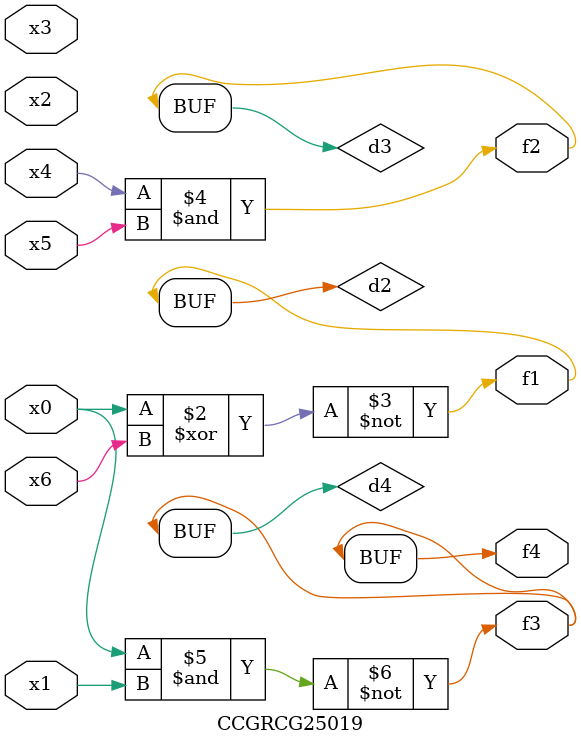
<source format=v>
module CCGRCG25019(
	input x0, x1, x2, x3, x4, x5, x6,
	output f1, f2, f3, f4
);

	wire d1, d2, d3, d4;

	nor (d1, x0);
	xnor (d2, x0, x6);
	and (d3, x4, x5);
	nand (d4, x0, x1);
	assign f1 = d2;
	assign f2 = d3;
	assign f3 = d4;
	assign f4 = d4;
endmodule

</source>
